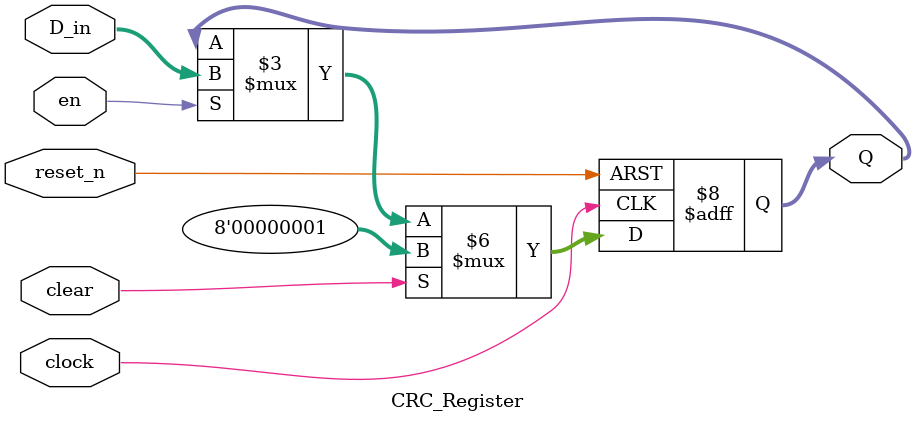
<source format=sv>
`default_nettype none

/*
   This module is a modification of a 240 counter
   it counts only up and has a clear and clock,
   clear takes precedence over enable
   reset_n is also asynchronus.
*/

module Counter
  #(parameter WIDTH=8)
  (input  logic en, clear, clock, reset_n,
   output logic [WIDTH-1:0] Q);
   
  always_ff @(posedge clock, negedge reset_n)
    if(!reset_n) begin
        Q <= '0;
    end else begin
        if (clear)
          Q <= '0;
        else if (en) begin
          Q <= Q + 1;
        end
    end
        
endmodule : Counter

/* 
   This module is used for the CRC_5 counters on
   bistream encoding and bitstream decoding.
   to count down from 4 to index into the CRC number.
*/

module Counter_Down
  #(parameter WIDTH=8)
  (input  logic en, clear, clock, reset_n,
   output logic [WIDTH-1:0] Q);
   
  always_ff @(posedge clock, negedge reset_n)
    if(!reset_n) begin
        Q <= 8'd4;
    end else begin
        if (clear)
          Q <= 8'd4;
        else if (en && Q != 0) begin
          Q <= Q - 1;
        end
    end
        
endmodule : Counter_Down

/* 
   This module is used for the CRC_16 counters on
   bistream encoding and bitstream decoding.
   to count down from 15 to index into the CRC number.
*/

module Counter_Down_16
  #(parameter WIDTH=8)
  (input  logic en, clear, clock, reset_n,
   output logic [WIDTH-1:0] Q);
   
  always_ff @(posedge clock, negedge reset_n)
    if(!reset_n) begin
        Q <= 8'd15;
    end else begin
        if (clear)
          Q <= 8'd15;
        else if (en && Q != 0) begin
          Q <= Q - 1;
        end
    end
        
endmodule : Counter_Down_16

/* 
  check is a value is between [lo,hi] (inclusive for both)
   for a certain value (val) and outputs whether that value is 
   lo <= val <= hi.
*/

module RangeCheck
    #(parameter WIDTH = 6)
    (input logic [WIDTH-1:0] val,
    input logic [WIDTH-1:0] lo,
    input logic [WIDTH-1:0] hi,
    output logic is_between);
      
    assign is_between = (val >= lo) && (val <= hi);
endmodule: RangeCheck

/* 
   This module is used for the CRC_5 and CRC_16 on
   bistream encoding and bitstream decoding.
   NOTE: because CRC_5 and CRC_16 assume that the registers
   start at 1 clear and reset_n, reset to 1.
*/

module CRC_Register
  #(parameter WIDTH=8)
  (input  logic [WIDTH-1:0] D_in,
   input  logic en, clock, reset_n, clear,
   output logic [WIDTH-1:0] Q);
   
  always_ff @(posedge clock, negedge reset_n)
    if(!reset_n) begin
     Q <= 1'd1;
    end else begin
      if(clear) begin
        Q <= 1'd1;
      end
      else if(en) begin
        Q <= D_in;
      end
    end      
endmodule : CRC_Register
</source>
